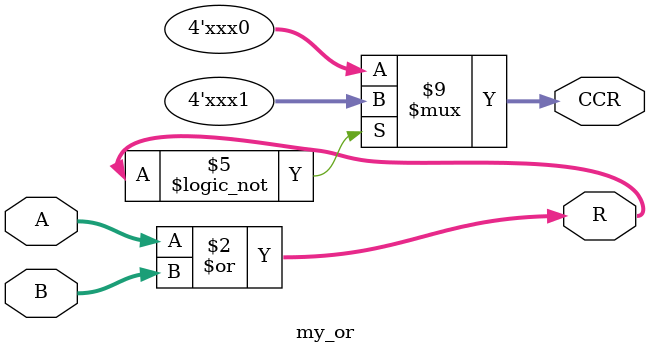
<source format=v>


//R=A|B

//CCR con 4 flags:

//C: carry flag.
//   no se modifica

//V: overflow flag. 
//   no se modifica

//N: negative flag. 
//   =1 si el MSB de R es 1 (es decir, si en interpretacion signada, R<0).
//   =0 si el MSB de R es 0 (es decir, si en interpretacion signada, R>=0).

//Z: zero flag
//   =1 si R==0.
//   =1 si R!=0.

//3 ticks: 1 tick calculo, 2 ticks CCR

module my_or(R, CCR, A, B);

parameter op_size = 4;
parameter c_mask='b1000, v_mask='b0100, n_mask='b0010, z_mask='b0001;   //mascaras para los flags del ccr


output reg [3:0] CCR;           //condition code register
output reg [op_size-1:0] R;     //resultado
input[op_size-1:0] A, B;        //input

always @(A,B) 
    begin
    //seteo resultado
    R = A|B;
    #1

    //seteo negative
    if( R[op_size - 1] )
        begin
        CCR <= (CCR | n_mask);
        //$display("N=1");
    end else begin 
        CCR <= (CCR & (~n_mask));
        //$display("N=0");
        end
    #1


    //seteo zero
    if(!R)
        begin
        CCR <= (CCR | z_mask);
        //$display("Z=1");
    end else begin
        CCR <= (CCR & (~z_mask));
        //$display("Z=0");
        end

    end

endmodule

/*
module my_or_tst;
reg dummy;

wire [3:0] R, CCR;  //resultado y condition code register
reg [3:0] A, B;        //input del or


my_or tst_my_or(R, CCR, A, B);
initial begin
dummy = $value$plusargs("A=%d", A);
dummy = $value$plusargs("B=%d", B);
#3 //my_and tarda 1 tick en hacer la operacion y 2 ticks en acomodar el ccr
$display("  A=%b", A);
$display("  B=%b", B);
$display("A|B=%b",R);
$display("CVNZ");
$display("%b", CCR);

$finish;
end

endmodule
*/
</source>
